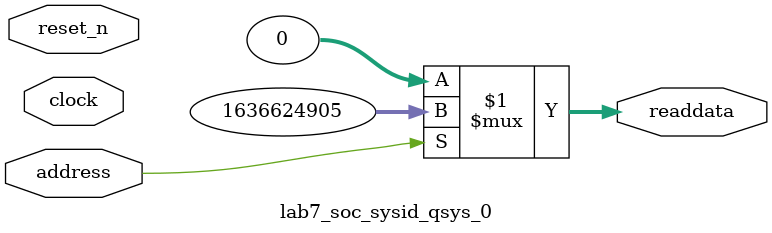
<source format=v>



// synthesis translate_off
`timescale 1ns / 1ps
// synthesis translate_on

// turn off superfluous verilog processor warnings 
// altera message_level Level1 
// altera message_off 10034 10035 10036 10037 10230 10240 10030 

module lab7_soc_sysid_qsys_0 (
               // inputs:
                address,
                clock,
                reset_n,

               // outputs:
                readdata
             )
;

  output  [ 31: 0] readdata;
  input            address;
  input            clock;
  input            reset_n;

  wire    [ 31: 0] readdata;
  //control_slave, which is an e_avalon_slave
  assign readdata = address ? 1636624905 : 0;

endmodule



</source>
